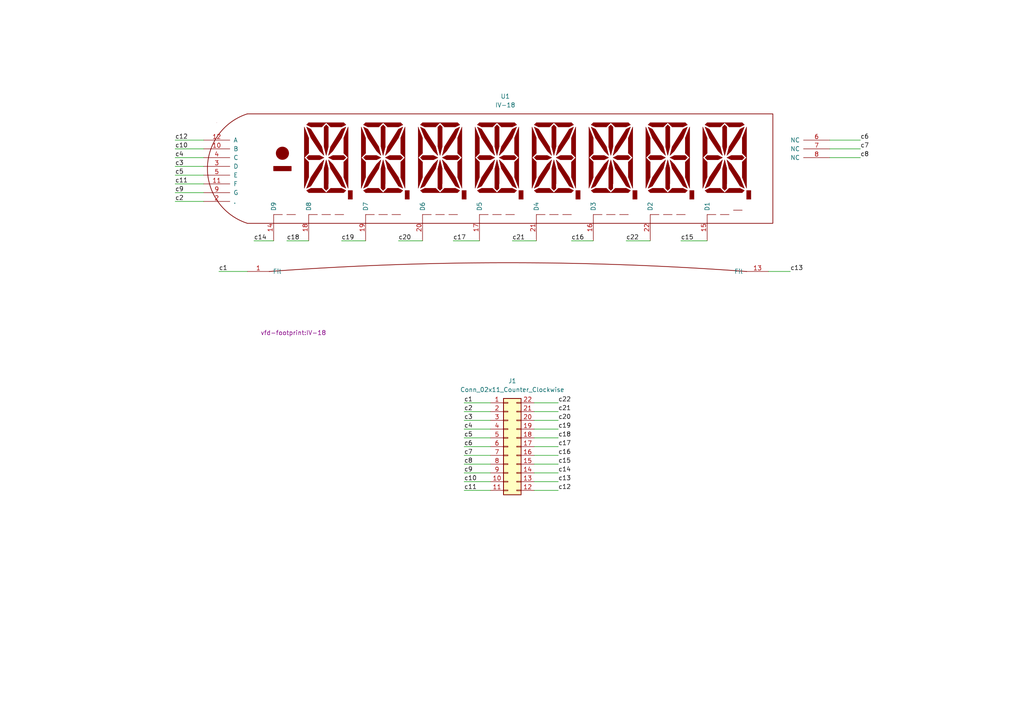
<source format=kicad_sch>
(kicad_sch (version 20230121) (generator eeschema)
  (paper "A4")
  (lib_symbols
    (symbol "Connector_Generic:Conn_02x11_Counter_Clockwise" (pin_names (offset 1.016) hide)
      (property "Reference" "J" (at 1.27 15.24 0))
      (property "Value" "Conn_02x11_Counter_Clockwise" (at 1.27 -15.24 0))
      (symbol "Conn_02x11_Counter_Clockwise_1_1"
        (rectangle (start -1.27 -12.573) (end 0 -12.827) (stroke (width 0.1524)))
        (rectangle (start -1.27 -10.033) (end 0 -10.287) (stroke (width 0.1524)))
        (rectangle (start -1.27 -7.493) (end 0 -7.747) (stroke (width 0.1524)))
        (rectangle (start -1.27 -4.953) (end 0 -5.207) (stroke (width 0.1524)))
        (rectangle (start -1.27 -2.413) (end 0 -2.667) (stroke (width 0.1524)))
        (rectangle (start -1.27 0.127) (end 0 -0.127) (stroke (width 0.1524)))
        (rectangle (start -1.27 2.667) (end 0 2.413) (stroke (width 0.1524)))
        (rectangle (start -1.27 5.207) (end 0 4.953) (stroke (width 0.1524)))
        (rectangle (start -1.27 7.747) (end 0 7.493) (stroke (width 0.1524)))
        (rectangle (start -1.27 10.287) (end 0 10.033) (stroke (width 0.1524)))
        (rectangle (start -1.27 12.827) (end 0 12.573) (stroke (width 0.1524)))
        (rectangle (start -1.27 13.97) (end 3.81 -13.97) (stroke (width 0.254)) (fill (type background)))
        (rectangle (start 3.81 -12.573) (end 2.54 -12.827) (stroke (width 0.1524)))
        (rectangle (start 3.81 -10.033) (end 2.54 -10.287) (stroke (width 0.1524)))
        (rectangle (start 3.81 -7.493) (end 2.54 -7.747) (stroke (width 0.1524)))
        (rectangle (start 3.81 -4.953) (end 2.54 -5.207) (stroke (width 0.1524)))
        (rectangle (start 3.81 -2.413) (end 2.54 -2.667) (stroke (width 0.1524)))
        (rectangle (start 3.81 0.127) (end 2.54 -0.127) (stroke (width 0.1524)))
        (rectangle (start 3.81 2.667) (end 2.54 2.413) (stroke (width 0.1524)))
        (rectangle (start 3.81 5.207) (end 2.54 4.953) (stroke (width 0.1524)))
        (rectangle (start 3.81 7.747) (end 2.54 7.493) (stroke (width 0.1524)))
        (rectangle (start 3.81 10.287) (end 2.54 10.033) (stroke (width 0.1524)))
        (rectangle (start 3.81 12.827) (end 2.54 12.573) (stroke (width 0.1524)))
        (pin passive line (at -5.08 12.7 0) (length 3.81) (name "Pin_1") (number "1"))
        (pin passive line (at -5.08 -10.16 0) (length 3.81) (name "Pin_10") (number "10"))
        (pin passive line (at -5.08 -12.7 0) (length 3.81) (name "Pin_11") (number "11"))
        (pin passive line (at 7.62 -12.7 180) (length 3.81) (name "Pin_12") (number "12"))
        (pin passive line (at 7.62 -10.16 180) (length 3.81) (name "Pin_13") (number "13"))
        (pin passive line (at 7.62 -7.62 180) (length 3.81) (name "Pin_14") (number "14"))
        (pin passive line (at 7.62 -5.08 180) (length 3.81) (name "Pin_15") (number "15"))
        (pin passive line (at 7.62 -2.54 180) (length 3.81) (name "Pin_16") (number "16"))
        (pin passive line (at 7.62 0 180) (length 3.81) (name "Pin_17") (number "17"))
        (pin passive line (at 7.62 2.54 180) (length 3.81) (name "Pin_18") (number "18"))
        (pin passive line (at 7.62 5.08 180) (length 3.81) (name "Pin_19") (number "19"))
        (pin passive line (at -5.08 10.16 0) (length 3.81) (name "Pin_2") (number "2"))
        (pin passive line (at 7.62 7.62 180) (length 3.81) (name "Pin_20") (number "20"))
        (pin passive line (at 7.62 10.16 180) (length 3.81) (name "Pin_21") (number "21"))
        (pin passive line (at 7.62 12.7 180) (length 3.81) (name "Pin_22") (number "22"))
        (pin passive line (at -5.08 7.62 0) (length 3.81) (name "Pin_3") (number "3"))
        (pin passive line (at -5.08 5.08 0) (length 3.81) (name "Pin_4") (number "4"))
        (pin passive line (at -5.08 2.54 0) (length 3.81) (name "Pin_5") (number "5"))
        (pin passive line (at -5.08 0 0) (length 3.81) (name "Pin_6") (number "6"))
        (pin passive line (at -5.08 -2.54 0) (length 3.81) (name "Pin_7") (number "7"))
        (pin passive line (at -5.08 -5.08 0) (length 3.81) (name "Pin_8") (number "8"))
        (pin passive line (at -5.08 -7.62 0) (length 3.81) (name "Pin_9") (number "9"))
      )
    )
    (symbol "vfd:IV-18" (pin_names (offset 1.016))
      (property "Reference" "U" (at 0 15.24 0))
      (property "Value" "IV-18" (at 153.67 -27.94 0))
      (symbol "IV-18_0_0"
        (rectangle (start -21.59 10.16) (end -21.59 10.16) (stroke (width 0.1016)))
        (polyline (pts (xy 7.62 -16.51) (xy 5.08 -16.51)))
        (polyline (pts (xy 8.89 -16.51) (xy 11.43 -16.51)))
        (polyline (pts (xy 12.7 -16.51) (xy 15.24 -16.51)))
      )
      (symbol "IV-18_0_1"
        (arc (start -12.7 12.7) (mid -24.288 -3.175) (end -12.7 -19.05) (stroke (width 0.2032)))
        (rectangle (start -5.08 -2.54) (end 0 -3.81) (stroke (width 0.2032)) (fill (type outline)))
        (circle (center -2.54 1.27) (radius 1.8034) (stroke (width 0.2032)) (fill (type outline)))
        (polyline (pts (xy -12.7 12.7) (xy 139.7 12.7) (xy 139.7 -19.05) (xy -12.7 -19.05)) (stroke (width 0.2032)))
        (polyline (pts (xy 3.81 -8.89) (xy 3.81 0) (xy 5.08 -1.27) (xy 5.08 -5.715) (xy 3.81 -8.89)) (stroke (width 0.1016)) (fill (type outline)))
        (polyline (pts (xy 3.81 8.89) (xy 3.81 0) (xy 5.08 1.27) (xy 5.08 5.715) (xy 3.81 8.89)) (stroke (width 0.1016)) (fill (type outline)))
        (polyline (pts (xy 16.51 -9.525) (xy 16.51 -12.065) (xy 17.78 -12.065) (xy 17.78 -9.525) (xy 16.51 -9.525)) (stroke (width 0.1016)) (fill (type outline)))
        (polyline (pts (xy 16.51 -8.89) (xy 16.51 0) (xy 15.24 -1.27) (xy 15.24 -5.715) (xy 16.51 -8.89)) (stroke (width 0.1016)) (fill (type outline)))
        (polyline (pts (xy 16.51 8.89) (xy 16.51 0) (xy 15.24 1.27) (xy 15.24 5.715) (xy 16.51 8.89)) (stroke (width 0.1016)) (fill (type outline)))
        (polyline (pts (xy 20.32 -8.89) (xy 20.32 0) (xy 21.59 -1.27) (xy 21.59 -5.715) (xy 20.32 -8.89)) (stroke (width 0.1016)) (fill (type outline)))
        (polyline (pts (xy 20.32 8.89) (xy 20.32 0) (xy 21.59 1.27) (xy 21.59 5.715) (xy 20.32 8.89)) (stroke (width 0.1016)) (fill (type outline)))
        (polyline (pts (xy 33.02 -9.525) (xy 33.02 -12.065) (xy 34.29 -12.065) (xy 34.29 -9.525) (xy 33.02 -9.525)) (stroke (width 0.1016)) (fill (type outline)))
        (polyline (pts (xy 33.02 -8.89) (xy 33.02 0) (xy 31.75 -1.27) (xy 31.75 -5.715) (xy 33.02 -8.89)) (stroke (width 0.1016)) (fill (type outline)))
        (polyline (pts (xy 33.02 8.89) (xy 33.02 0) (xy 31.75 1.27) (xy 31.75 5.715) (xy 33.02 8.89)) (stroke (width 0.1016)) (fill (type outline)))
        (polyline (pts (xy 4.445 -9.525) (xy 5.08 -10.16) (xy 10.16 -10.16) (xy 8.89 -8.89) (xy 5.715 -8.89) (xy 4.445 -9.525)) (stroke (width 0.1016)) (fill (type outline)))
        (polyline (pts (xy 4.445 9.525) (xy 5.08 10.16) (xy 10.16 10.16) (xy 8.89 8.89) (xy 5.715 8.89) (xy 4.445 9.525)) (stroke (width 0.1016)) (fill (type outline)))
        (polyline (pts (xy 15.875 -9.525) (xy 15.24 -10.16) (xy 10.16 -10.16) (xy 11.43 -8.89) (xy 14.605 -8.89) (xy 15.875 -9.525)) (stroke (width 0.1016)) (fill (type outline)))
        (polyline (pts (xy 15.875 9.525) (xy 15.24 10.16) (xy 10.16 10.16) (xy 11.43 8.89) (xy 14.605 8.89) (xy 15.875 9.525)) (stroke (width 0.1016)) (fill (type outline)))
        (polyline (pts (xy 20.955 -9.525) (xy 21.59 -10.16) (xy 26.67 -10.16) (xy 25.4 -8.89) (xy 22.225 -8.89) (xy 20.955 -9.525)) (stroke (width 0.1016)) (fill (type outline)))
        (polyline (pts (xy 20.955 9.525) (xy 21.59 10.16) (xy 26.67 10.16) (xy 25.4 8.89) (xy 22.225 8.89) (xy 20.955 9.525)) (stroke (width 0.1016)) (fill (type outline)))
        (polyline (pts (xy 32.385 -9.525) (xy 31.75 -10.16) (xy 26.67 -10.16) (xy 27.94 -8.89) (xy 31.115 -8.89) (xy 32.385 -9.525)) (stroke (width 0.1016)) (fill (type outline)))
        (polyline (pts (xy 32.385 9.525) (xy 31.75 10.16) (xy 26.67 10.16) (xy 27.94 8.89) (xy 31.115 8.89) (xy 32.385 9.525)) (stroke (width 0.1016)) (fill (type outline)))
        (polyline (pts (xy 5.08 0.635) (xy 4.445 0) (xy 5.08 -0.635) (xy 8.255 -0.635) (xy 9.525 0) (xy 8.255 0.635) (xy 5.08 0.635)) (stroke (width 0.1016)) (fill (type outline)))
        (polyline (pts (xy 5.715 -5.715) (xy 8.255 -1.905) (xy 9.525 -0.635) (xy 8.89 -3.175) (xy 5.715 -8.255) (xy 4.445 -8.89) (xy 5.715 -5.715)) (stroke (width 0.1016)) (fill (type outline)))
        (polyline (pts (xy 5.715 5.715) (xy 8.255 1.905) (xy 9.525 0.635) (xy 8.89 3.175) (xy 5.715 8.255) (xy 4.445 8.89) (xy 5.715 5.715)) (stroke (width 0.1016)) (fill (type outline)))
        (polyline (pts (xy 10.795 -7.62) (xy 10.795 -3.175) (xy 10.16 -0.635) (xy 9.525 -3.175) (xy 9.525 -8.89) (xy 10.16 -9.525) (xy 10.795 -8.89)) (stroke (width 0.1016)) (fill (type outline)))
        (polyline (pts (xy 10.795 3.175) (xy 10.795 8.89) (xy 10.16 9.525) (xy 9.525 8.89) (xy 9.525 3.175) (xy 10.16 0.635) (xy 10.795 3.175)) (stroke (width 0.1016)) (fill (type outline)))
        (polyline (pts (xy 12.065 0.635) (xy 10.795 0) (xy 12.065 -0.635) (xy 15.24 -0.635) (xy 15.875 0) (xy 15.24 0.635) (xy 12.065 0.635)) (stroke (width 0.1016)) (fill (type outline)))
        (polyline (pts (xy 14.605 -5.715) (xy 12.065 -1.905) (xy 10.795 -0.635) (xy 11.43 -3.175) (xy 14.605 -8.255) (xy 15.875 -8.89) (xy 14.605 -5.715)) (stroke (width 0.1016)) (fill (type outline)))
        (polyline (pts (xy 14.605 5.715) (xy 12.065 1.905) (xy 10.795 0.635) (xy 11.43 3.175) (xy 14.605 8.255) (xy 15.875 8.89) (xy 14.605 5.715)) (stroke (width 0.1016)) (fill (type outline)))
        (polyline (pts (xy 21.59 0.635) (xy 20.955 0) (xy 21.59 -0.635) (xy 24.765 -0.635) (xy 26.035 0) (xy 24.765 0.635) (xy 21.59 0.635)) (stroke (width 0.1016)) (fill (type outline)))
        (polyline (pts (xy 22.225 -5.715) (xy 24.765 -1.905) (xy 26.035 -0.635) (xy 25.4 -3.175) (xy 22.225 -8.255) (xy 20.955 -8.89) (xy 22.225 -5.715)) (stroke (width 0.1016)) (fill (type outline)))
        (polyline (pts (xy 22.225 5.715) (xy 24.765 1.905) (xy 26.035 0.635) (xy 25.4 3.175) (xy 22.225 8.255) (xy 20.955 8.89) (xy 22.225 5.715)) (stroke (width 0.1016)) (fill (type outline)))
        (polyline (pts (xy 27.305 -7.62) (xy 27.305 -3.175) (xy 26.67 -0.635) (xy 26.035 -3.175) (xy 26.035 -8.89) (xy 26.67 -9.525) (xy 27.305 -8.89)) (stroke (width 0.1016)) (fill (type outline)))
        (polyline (pts (xy 27.305 3.175) (xy 27.305 8.89) (xy 26.67 9.525) (xy 26.035 8.89) (xy 26.035 3.175) (xy 26.67 0.635) (xy 27.305 3.175)) (stroke (width 0.1016)) (fill (type outline)))
        (polyline (pts (xy 28.575 0.635) (xy 27.305 0) (xy 28.575 -0.635) (xy 31.75 -0.635) (xy 32.385 0) (xy 31.75 0.635) (xy 28.575 0.635)) (stroke (width 0.1016)) (fill (type outline)))
        (polyline (pts (xy 31.115 -5.715) (xy 28.575 -1.905) (xy 27.305 -0.635) (xy 27.94 -3.175) (xy 31.115 -8.255) (xy 32.385 -8.89) (xy 31.115 -5.715)) (stroke (width 0.1016)) (fill (type outline)))
        (polyline (pts (xy 31.115 5.715) (xy 28.575 1.905) (xy 27.305 0.635) (xy 27.94 3.175) (xy 31.115 8.255) (xy 32.385 8.89) (xy 31.115 5.715)) (stroke (width 0.1016)) (fill (type outline)))
        (arc (start 132.08 -33.02) (mid 62.865 -30.4798) (end -6.35 -33.02) (stroke (width 0.2032)))
      )
      (symbol "IV-18_1_0"
        (polyline (pts (xy -5.08 -16.51) (xy -2.54 -16.51)))
        (polyline (pts (xy -1.27 -16.51) (xy 1.27 -16.51)))
        (polyline (pts (xy 24.13 -16.51) (xy 21.59 -16.51)))
        (polyline (pts (xy 25.4 -16.51) (xy 27.94 -16.51)))
        (polyline (pts (xy 29.21 -16.51) (xy 31.75 -16.51)))
        (polyline (pts (xy 40.64 -16.51) (xy 38.1 -16.51)))
        (polyline (pts (xy 41.91 -16.51) (xy 44.45 -16.51)))
        (polyline (pts (xy 45.72 -16.51) (xy 48.26 -16.51)))
        (polyline (pts (xy 57.15 -16.51) (xy 54.61 -16.51)))
        (polyline (pts (xy 58.42 -16.51) (xy 60.96 -16.51)))
        (polyline (pts (xy 62.23 -16.51) (xy 64.77 -16.51)))
        (polyline (pts (xy 73.66 -16.51) (xy 71.12 -16.51)))
        (polyline (pts (xy 74.93 -16.51) (xy 77.47 -16.51)))
        (polyline (pts (xy 78.74 -16.51) (xy 81.28 -16.51)))
        (polyline (pts (xy 90.17 -16.51) (xy 87.63 -16.51)))
        (polyline (pts (xy 91.44 -16.51) (xy 93.98 -16.51)))
        (polyline (pts (xy 95.25 -16.51) (xy 97.79 -16.51)))
        (polyline (pts (xy 106.68 -16.51) (xy 104.14 -16.51)))
        (polyline (pts (xy 107.95 -16.51) (xy 110.49 -16.51)))
        (polyline (pts (xy 111.76 -16.51) (xy 114.3 -16.51)))
        (polyline (pts (xy 123.19 -16.51) (xy 120.65 -16.51)))
        (polyline (pts (xy 124.46 -16.51) (xy 127 -16.51)))
        (polyline (pts (xy 128.27 -15.24) (xy 130.81 -15.24)))
      )
      (symbol "IV-18_1_1"
        (polyline (pts (xy 36.83 -8.89) (xy 36.83 0) (xy 38.1 -1.27) (xy 38.1 -5.715) (xy 36.83 -8.89)) (stroke (width 0.1016)) (fill (type outline)))
        (polyline (pts (xy 36.83 8.89) (xy 36.83 0) (xy 38.1 1.27) (xy 38.1 5.715) (xy 36.83 8.89)) (stroke (width 0.1016)) (fill (type outline)))
        (polyline (pts (xy 49.53 -9.525) (xy 49.53 -12.065) (xy 50.8 -12.065) (xy 50.8 -9.525) (xy 49.53 -9.525)) (stroke (width 0.1016)) (fill (type outline)))
        (polyline (pts (xy 49.53 -8.89) (xy 49.53 0) (xy 48.26 -1.27) (xy 48.26 -5.715) (xy 49.53 -8.89)) (stroke (width 0.1016)) (fill (type outline)))
        (polyline (pts (xy 49.53 8.89) (xy 49.53 0) (xy 48.26 1.27) (xy 48.26 5.715) (xy 49.53 8.89)) (stroke (width 0.1016)) (fill (type outline)))
        (polyline (pts (xy 53.34 -8.89) (xy 53.34 0) (xy 54.61 -1.27) (xy 54.61 -5.715) (xy 53.34 -8.89)) (stroke (width 0.1016)) (fill (type outline)))
        (polyline (pts (xy 53.34 8.89) (xy 53.34 0) (xy 54.61 1.27) (xy 54.61 5.715) (xy 53.34 8.89)) (stroke (width 0.1016)) (fill (type outline)))
        (polyline (pts (xy 66.04 -9.525) (xy 66.04 -12.065) (xy 67.31 -12.065) (xy 67.31 -9.525) (xy 66.04 -9.525)) (stroke (width 0.1016)) (fill (type outline)))
        (polyline (pts (xy 66.04 -8.89) (xy 66.04 0) (xy 64.77 -1.27) (xy 64.77 -5.715) (xy 66.04 -8.89)) (stroke (width 0.1016)) (fill (type outline)))
        (polyline (pts (xy 66.04 8.89) (xy 66.04 0) (xy 64.77 1.27) (xy 64.77 5.715) (xy 66.04 8.89)) (stroke (width 0.1016)) (fill (type outline)))
        (polyline (pts (xy 69.85 -8.89) (xy 69.85 0) (xy 71.12 -1.27) (xy 71.12 -5.715) (xy 69.85 -8.89)) (stroke (width 0.1016)) (fill (type outline)))
        (polyline (pts (xy 69.85 8.89) (xy 69.85 0) (xy 71.12 1.27) (xy 71.12 5.715) (xy 69.85 8.89)) (stroke (width 0.1016)) (fill (type outline)))
        (polyline (pts (xy 82.55 -9.525) (xy 82.55 -12.065) (xy 83.82 -12.065) (xy 83.82 -9.525) (xy 82.55 -9.525)) (stroke (width 0.1016)) (fill (type outline)))
        (polyline (pts (xy 82.55 -8.89) (xy 82.55 0) (xy 81.28 -1.27) (xy 81.28 -5.715) (xy 82.55 -8.89)) (stroke (width 0.1016)) (fill (type outline)))
        (polyline (pts (xy 82.55 8.89) (xy 82.55 0) (xy 81.28 1.27) (xy 81.28 5.715) (xy 82.55 8.89)) (stroke (width 0.1016)) (fill (type outline)))
        (polyline (pts (xy 86.36 -8.89) (xy 86.36 0) (xy 87.63 -1.27) (xy 87.63 -5.715) (xy 86.36 -8.89)) (stroke (width 0.1016)) (fill (type outline)))
        (polyline (pts (xy 86.36 8.89) (xy 86.36 0) (xy 87.63 1.27) (xy 87.63 5.715) (xy 86.36 8.89)) (stroke (width 0.1016)) (fill (type outline)))
        (polyline (pts (xy 99.06 -9.525) (xy 99.06 -12.065) (xy 100.33 -12.065) (xy 100.33 -9.525) (xy 99.06 -9.525)) (stroke (width 0.1016)) (fill (type outline)))
        (polyline (pts (xy 99.06 -8.89) (xy 99.06 0) (xy 97.79 -1.27) (xy 97.79 -5.715) (xy 99.06 -8.89)) (stroke (width 0.1016)) (fill (type outline)))
        (polyline (pts (xy 99.06 8.89) (xy 99.06 0) (xy 97.79 1.27) (xy 97.79 5.715) (xy 99.06 8.89)) (stroke (width 0.1016)) (fill (type outline)))
        (polyline (pts (xy 102.87 -8.89) (xy 102.87 0) (xy 104.14 -1.27) (xy 104.14 -5.715) (xy 102.87 -8.89)) (stroke (width 0.1016)) (fill (type outline)))
        (polyline (pts (xy 102.87 8.89) (xy 102.87 0) (xy 104.14 1.27) (xy 104.14 5.715) (xy 102.87 8.89)) (stroke (width 0.1016)) (fill (type outline)))
        (polyline (pts (xy 115.57 -9.525) (xy 115.57 -12.065) (xy 116.84 -12.065) (xy 116.84 -9.525) (xy 115.57 -9.525)) (stroke (width 0.1016)) (fill (type outline)))
        (polyline (pts (xy 115.57 -8.89) (xy 115.57 0) (xy 114.3 -1.27) (xy 114.3 -5.715) (xy 115.57 -8.89)) (stroke (width 0.1016)) (fill (type outline)))
        (polyline (pts (xy 115.57 8.89) (xy 115.57 0) (xy 114.3 1.27) (xy 114.3 5.715) (xy 115.57 8.89)) (stroke (width 0.1016)) (fill (type outline)))
        (polyline (pts (xy 119.38 -8.89) (xy 119.38 0) (xy 120.65 -1.27) (xy 120.65 -5.715) (xy 119.38 -8.89)) (stroke (width 0.1016)) (fill (type outline)))
        (polyline (pts (xy 119.38 8.89) (xy 119.38 0) (xy 120.65 1.27) (xy 120.65 5.715) (xy 119.38 8.89)) (stroke (width 0.1016)) (fill (type outline)))
        (polyline (pts (xy 132.08 -9.525) (xy 132.08 -12.065) (xy 133.35 -12.065) (xy 133.35 -9.525) (xy 132.08 -9.525)) (stroke (width 0.1016)) (fill (type outline)))
        (polyline (pts (xy 132.08 -8.89) (xy 132.08 0) (xy 130.81 -1.27) (xy 130.81 -5.715) (xy 132.08 -8.89)) (stroke (width 0.1016)) (fill (type outline)))
        (polyline (pts (xy 132.08 8.89) (xy 132.08 0) (xy 130.81 1.27) (xy 130.81 5.715) (xy 132.08 8.89)) (stroke (width 0.1016)) (fill (type outline)))
        (polyline (pts (xy 37.465 -9.525) (xy 38.1 -10.16) (xy 43.18 -10.16) (xy 41.91 -8.89) (xy 38.735 -8.89) (xy 37.465 -9.525)) (stroke (width 0.1016)) (fill (type outline)))
        (polyline (pts (xy 37.465 9.525) (xy 38.1 10.16) (xy 43.18 10.16) (xy 41.91 8.89) (xy 38.735 8.89) (xy 37.465 9.525)) (stroke (width 0.1016)) (fill (type outline)))
        (polyline (pts (xy 48.895 -9.525) (xy 48.26 -10.16) (xy 43.18 -10.16) (xy 44.45 -8.89) (xy 47.625 -8.89) (xy 48.895 -9.525)) (stroke (width 0.1016)) (fill (type outline)))
        (polyline (pts (xy 48.895 9.525) (xy 48.26 10.16) (xy 43.18 10.16) (xy 44.45 8.89) (xy 47.625 8.89) (xy 48.895 9.525)) (stroke (width 0.1016)) (fill (type outline)))
        (polyline (pts (xy 53.975 -9.525) (xy 54.61 -10.16) (xy 59.69 -10.16) (xy 58.42 -8.89) (xy 55.245 -8.89) (xy 53.975 -9.525)) (stroke (width 0.1016)) (fill (type outline)))
        (polyline (pts (xy 53.975 9.525) (xy 54.61 10.16) (xy 59.69 10.16) (xy 58.42 8.89) (xy 55.245 8.89) (xy 53.975 9.525)) (stroke (width 0.1016)) (fill (type outline)))
        (polyline (pts (xy 65.405 -9.525) (xy 64.77 -10.16) (xy 59.69 -10.16) (xy 60.96 -8.89) (xy 64.135 -8.89) (xy 65.405 -9.525)) (stroke (width 0.1016)) (fill (type outline)))
        (polyline (pts (xy 65.405 9.525) (xy 64.77 10.16) (xy 59.69 10.16) (xy 60.96 8.89) (xy 64.135 8.89) (xy 65.405 9.525)) (stroke (width 0.1016)) (fill (type outline)))
        (polyline (pts (xy 70.485 -9.525) (xy 71.12 -10.16) (xy 76.2 -10.16) (xy 74.93 -8.89) (xy 71.755 -8.89) (xy 70.485 -9.525)) (stroke (width 0.1016)) (fill (type outline)))
        (polyline (pts (xy 70.485 9.525) (xy 71.12 10.16) (xy 76.2 10.16) (xy 74.93 8.89) (xy 71.755 8.89) (xy 70.485 9.525)) (stroke (width 0.1016)) (fill (type outline)))
        (polyline (pts (xy 81.915 -9.525) (xy 81.28 -10.16) (xy 76.2 -10.16) (xy 77.47 -8.89) (xy 80.645 -8.89) (xy 81.915 -9.525)) (stroke (width 0.1016)) (fill (type outline)))
        (polyline (pts (xy 81.915 9.525) (xy 81.28 10.16) (xy 76.2 10.16) (xy 77.47 8.89) (xy 80.645 8.89) (xy 81.915 9.525)) (stroke (width 0.1016)) (fill (type outline)))
        (polyline (pts (xy 86.995 -9.525) (xy 87.63 -10.16) (xy 92.71 -10.16) (xy 91.44 -8.89) (xy 88.265 -8.89) (xy 86.995 -9.525)) (stroke (width 0.1016)) (fill (type outline)))
        (polyline (pts (xy 86.995 9.525) (xy 87.63 10.16) (xy 92.71 10.16) (xy 91.44 8.89) (xy 88.265 8.89) (xy 86.995 9.525)) (stroke (width 0.1016)) (fill (type outline)))
        (polyline (pts (xy 98.425 -9.525) (xy 97.79 -10.16) (xy 92.71 -10.16) (xy 93.98 -8.89) (xy 97.155 -8.89) (xy 98.425 -9.525)) (stroke (width 0.1016)) (fill (type outline)))
        (polyline (pts (xy 98.425 9.525) (xy 97.79 10.16) (xy 92.71 10.16) (xy 93.98 8.89) (xy 97.155 8.89) (xy 98.425 9.525)) (stroke (width 0.1016)) (fill (type outline)))
        (polyline (pts (xy 103.505 -9.525) (xy 104.14 -10.16) (xy 109.22 -10.16) (xy 107.95 -8.89) (xy 104.775 -8.89) (xy 103.505 -9.525)) (stroke (width 0.1016)) (fill (type outline)))
        (polyline (pts (xy 103.505 9.525) (xy 104.14 10.16) (xy 109.22 10.16) (xy 107.95 8.89) (xy 104.775 8.89) (xy 103.505 9.525)) (stroke (width 0.1016)) (fill (type outline)))
        (polyline (pts (xy 114.935 -9.525) (xy 114.3 -10.16) (xy 109.22 -10.16) (xy 110.49 -8.89) (xy 113.665 -8.89) (xy 114.935 -9.525)) (stroke (width 0.1016)) (fill (type outline)))
        (polyline (pts (xy 114.935 9.525) (xy 114.3 10.16) (xy 109.22 10.16) (xy 110.49 8.89) (xy 113.665 8.89) (xy 114.935 9.525)) (stroke (width 0.1016)) (fill (type outline)))
        (polyline (pts (xy 120.015 -9.525) (xy 120.65 -10.16) (xy 125.73 -10.16) (xy 124.46 -8.89) (xy 121.285 -8.89) (xy 120.015 -9.525)) (stroke (width 0.1016)) (fill (type outline)))
        (polyline (pts (xy 120.015 9.525) (xy 120.65 10.16) (xy 125.73 10.16) (xy 124.46 8.89) (xy 121.285 8.89) (xy 120.015 9.525)) (stroke (width 0.1016)) (fill (type outline)))
        (polyline (pts (xy 131.445 -9.525) (xy 130.81 -10.16) (xy 125.73 -10.16) (xy 127 -8.89) (xy 130.175 -8.89) (xy 131.445 -9.525)) (stroke (width 0.1016)) (fill (type outline)))
        (polyline (pts (xy 131.445 9.525) (xy 130.81 10.16) (xy 125.73 10.16) (xy 127 8.89) (xy 130.175 8.89) (xy 131.445 9.525)) (stroke (width 0.1016)) (fill (type outline)))
        (polyline (pts (xy 38.1 0.635) (xy 37.465 0) (xy 38.1 -0.635) (xy 41.275 -0.635) (xy 42.545 0) (xy 41.275 0.635) (xy 38.1 0.635)) (stroke (width 0.1016)) (fill (type outline)))
        (polyline (pts (xy 38.735 -5.715) (xy 41.275 -1.905) (xy 42.545 -0.635) (xy 41.91 -3.175) (xy 38.735 -8.255) (xy 37.465 -8.89) (xy 38.735 -5.715)) (stroke (width 0.1016)) (fill (type outline)))
        (polyline (pts (xy 38.735 5.715) (xy 41.275 1.905) (xy 42.545 0.635) (xy 41.91 3.175) (xy 38.735 8.255) (xy 37.465 8.89) (xy 38.735 5.715)) (stroke (width 0.1016)) (fill (type outline)))
        (polyline (pts (xy 43.815 -7.62) (xy 43.815 -3.175) (xy 43.18 -0.635) (xy 42.545 -3.175) (xy 42.545 -8.89) (xy 43.18 -9.525) (xy 43.815 -8.89)) (stroke (width 0.1016)) (fill (type outline)))
        (polyline (pts (xy 43.815 3.175) (xy 43.815 8.89) (xy 43.18 9.525) (xy 42.545 8.89) (xy 42.545 3.175) (xy 43.18 0.635) (xy 43.815 3.175)) (stroke (width 0.1016)) (fill (type outline)))
        (polyline (pts (xy 45.085 0.635) (xy 43.815 0) (xy 45.085 -0.635) (xy 48.26 -0.635) (xy 48.895 0) (xy 48.26 0.635) (xy 45.085 0.635)) (stroke (width 0.1016)) (fill (type outline)))
        (polyline (pts (xy 47.625 -5.715) (xy 45.085 -1.905) (xy 43.815 -0.635) (xy 44.45 -3.175) (xy 47.625 -8.255) (xy 48.895 -8.89) (xy 47.625 -5.715)) (stroke (width 0.1016)) (fill (type outline)))
        (polyline (pts (xy 47.625 5.715) (xy 45.085 1.905) (xy 43.815 0.635) (xy 44.45 3.175) (xy 47.625 8.255) (xy 48.895 8.89) (xy 47.625 5.715)) (stroke (width 0.1016)) (fill (type outline)))
        (polyline (pts (xy 54.61 0.635) (xy 53.975 0) (xy 54.61 -0.635) (xy 57.785 -0.635) (xy 59.055 0) (xy 57.785 0.635) (xy 54.61 0.635)) (stroke (width 0.1016)) (fill (type outline)))
        (polyline (pts (xy 55.245 -5.715) (xy 57.785 -1.905) (xy 59.055 -0.635) (xy 58.42 -3.175) (xy 55.245 -8.255) (xy 53.975 -8.89) (xy 55.245 -5.715)) (stroke (width 0.1016)) (fill (type outline)))
        (polyline (pts (xy 55.245 5.715) (xy 57.785 1.905) (xy 59.055 0.635) (xy 58.42 3.175) (xy 55.245 8.255) (xy 53.975 8.89) (xy 55.245 5.715)) (stroke (width 0.1016)) (fill (type outline)))
        (polyline (pts (xy 60.325 -7.62) (xy 60.325 -3.175) (xy 59.69 -0.635) (xy 59.055 -3.175) (xy 59.055 -8.89) (xy 59.69 -9.525) (xy 60.325 -8.89)) (stroke (width 0.1016)) (fill (type outline)))
        (polyline (pts (xy 60.325 3.175) (xy 60.325 8.89) (xy 59.69 9.525) (xy 59.055 8.89) (xy 59.055 3.175) (xy 59.69 0.635) (xy 60.325 3.175)) (stroke (width 0.1016)) (fill (type outline)))
        (polyline (pts (xy 61.595 0.635) (xy 60.325 0) (xy 61.595 -0.635) (xy 64.77 -0.635) (xy 65.405 0) (xy 64.77 0.635) (xy 61.595 0.635)) (stroke (width 0.1016)) (fill (type outline)))
        (polyline (pts (xy 64.135 -5.715) (xy 61.595 -1.905) (xy 60.325 -0.635) (xy 60.96 -3.175) (xy 64.135 -8.255) (xy 65.405 -8.89) (xy 64.135 -5.715)) (stroke (width 0.1016)) (fill (type outline)))
        (polyline (pts (xy 64.135 5.715) (xy 61.595 1.905) (xy 60.325 0.635) (xy 60.96 3.175) (xy 64.135 8.255) (xy 65.405 8.89) (xy 64.135 5.715)) (stroke (width 0.1016)) (fill (type outline)))
        (polyline (pts (xy 71.12 0.635) (xy 70.485 0) (xy 71.12 -0.635) (xy 74.295 -0.635) (xy 75.565 0) (xy 74.295 0.635) (xy 71.12 0.635)) (stroke (width 0.1016)) (fill (type outline)))
        (polyline (pts (xy 71.755 -5.715) (xy 74.295 -1.905) (xy 75.565 -0.635) (xy 74.93 -3.175) (xy 71.755 -8.255) (xy 70.485 -8.89) (xy 71.755 -5.715)) (stroke (width 0.1016)) (fill (type outline)))
        (polyline (pts (xy 71.755 5.715) (xy 74.295 1.905) (xy 75.565 0.635) (xy 74.93 3.175) (xy 71.755 8.255) (xy 70.485 8.89) (xy 71.755 5.715)) (stroke (width 0.1016)) (fill (type outline)))
        (polyline (pts (xy 76.835 -7.62) (xy 76.835 -3.175) (xy 76.2 -0.635) (xy 75.565 -3.175) (xy 75.565 -8.89) (xy 76.2 -9.525) (xy 76.835 -8.89)) (stroke (width 0.1016)) (fill (type outline)))
        (polyline (pts (xy 76.835 3.175) (xy 76.835 8.89) (xy 76.2 9.525) (xy 75.565 8.89) (xy 75.565 3.175) (xy 76.2 0.635) (xy 76.835 3.175)) (stroke (width 0.1016)) (fill (type outline)))
        (polyline (pts (xy 78.105 0.635) (xy 76.835 0) (xy 78.105 -0.635) (xy 81.28 -0.635) (xy 81.915 0) (xy 81.28 0.635) (xy 78.105 0.635)) (stroke (width 0.1016)) (fill (type outline)))
        (polyline (pts (xy 80.645 -5.715) (xy 78.105 -1.905) (xy 76.835 -0.635) (xy 77.47 -3.175) (xy 80.645 -8.255) (xy 81.915 -8.89) (xy 80.645 -5.715)) (stroke (width 0.1016)) (fill (type outline)))
        (polyline (pts (xy 80.645 5.715) (xy 78.105 1.905) (xy 76.835 0.635) (xy 77.47 3.175) (xy 80.645 8.255) (xy 81.915 8.89) (xy 80.645 5.715)) (stroke (width 0.1016)) (fill (type outline)))
        (polyline (pts (xy 87.63 0.635) (xy 86.995 0) (xy 87.63 -0.635) (xy 90.805 -0.635) (xy 92.075 0) (xy 90.805 0.635) (xy 87.63 0.635)) (stroke (width 0.1016)) (fill (type outline)))
        (polyline (pts (xy 88.265 -5.715) (xy 90.805 -1.905) (xy 92.075 -0.635) (xy 91.44 -3.175) (xy 88.265 -8.255) (xy 86.995 -8.89) (xy 88.265 -5.715)) (stroke (width 0.1016)) (fill (type outline)))
        (polyline (pts (xy 88.265 5.715) (xy 90.805 1.905) (xy 92.075 0.635) (xy 91.44 3.175) (xy 88.265 8.255) (xy 86.995 8.89) (xy 88.265 5.715)) (stroke (width 0.1016)) (fill (type outline)))
        (polyline (pts (xy 93.345 -7.62) (xy 93.345 -3.175) (xy 92.71 -0.635) (xy 92.075 -3.175) (xy 92.075 -8.89) (xy 92.71 -9.525) (xy 93.345 -8.89)) (stroke (width 0.1016)) (fill (type outline)))
        (polyline (pts (xy 93.345 3.175) (xy 93.345 8.89) (xy 92.71 9.525) (xy 92.075 8.89) (xy 92.075 3.175) (xy 92.71 0.635) (xy 93.345 3.175)) (stroke (width 0.1016)) (fill (type outline)))
        (polyline (pts (xy 94.615 0.635) (xy 93.345 0) (xy 94.615 -0.635) (xy 97.79 -0.635) (xy 98.425 0) (xy 97.79 0.635) (xy 94.615 0.635)) (stroke (width 0.1016)) (fill (type outline)))
        (polyline (pts (xy 97.155 -5.715) (xy 94.615 -1.905) (xy 93.345 -0.635) (xy 93.98 -3.175) (xy 97.155 -8.255) (xy 98.425 -8.89) (xy 97.155 -5.715)) (stroke (width 0.1016)) (fill (type outline)))
        (polyline (pts (xy 97.155 5.715) (xy 94.615 1.905) (xy 93.345 0.635) (xy 93.98 3.175) (xy 97.155 8.255) (xy 98.425 8.89) (xy 97.155 5.715)) (stroke (width 0.1016)) (fill (type outline)))
        (polyline (pts (xy 104.14 0.635) (xy 103.505 0) (xy 104.14 -0.635) (xy 107.315 -0.635) (xy 108.585 0) (xy 107.315 0.635) (xy 104.14 0.635)) (stroke (width 0.1016)) (fill (type outline)))
        (polyline (pts (xy 104.775 -5.715) (xy 107.315 -1.905) (xy 108.585 -0.635) (xy 107.95 -3.175) (xy 104.775 -8.255) (xy 103.505 -8.89) (xy 104.775 -5.715)) (stroke (width 0.1016)) (fill (type outline)))
        (polyline (pts (xy 104.775 5.715) (xy 107.315 1.905) (xy 108.585 0.635) (xy 107.95 3.175) (xy 104.775 8.255) (xy 103.505 8.89) (xy 104.775 5.715)) (stroke (width 0.1016)) (fill (type outline)))
        (polyline (pts (xy 109.855 -7.62) (xy 109.855 -3.175) (xy 109.22 -0.635) (xy 108.585 -3.175) (xy 108.585 -8.89) (xy 109.22 -9.525) (xy 109.855 -8.89)) (stroke (width 0.1016)) (fill (type outline)))
        (polyline (pts (xy 109.855 3.175) (xy 109.855 8.89) (xy 109.22 9.525) (xy 108.585 8.89) (xy 108.585 3.175) (xy 109.22 0.635) (xy 109.855 3.175)) (stroke (width 0.1016)) (fill (type outline)))
        (polyline (pts (xy 111.125 0.635) (xy 109.855 0) (xy 111.125 -0.635) (xy 114.3 -0.635) (xy 114.935 0) (xy 114.3 0.635) (xy 111.125 0.635)) (stroke (width 0.1016)) (fill (type outline)))
        (polyline (pts (xy 113.665 -5.715) (xy 111.125 -1.905) (xy 109.855 -0.635) (xy 110.49 -3.175) (xy 113.665 -8.255) (xy 114.935 -8.89) (xy 113.665 -5.715)) (stroke (width 0.1016)) (fill (type outline)))
        (polyline (pts (xy 113.665 5.715) (xy 111.125 1.905) (xy 109.855 0.635) (xy 110.49 3.175) (xy 113.665 8.255) (xy 114.935 8.89) (xy 113.665 5.715)) (stroke (width 0.1016)) (fill (type outline)))
        (polyline (pts (xy 120.65 0.635) (xy 120.015 0) (xy 120.65 -0.635) (xy 123.825 -0.635) (xy 125.095 0) (xy 123.825 0.635) (xy 120.65 0.635)) (stroke (width 0.1016)) (fill (type outline)))
        (polyline (pts (xy 121.285 -5.715) (xy 123.825 -1.905) (xy 125.095 -0.635) (xy 124.46 -3.175) (xy 121.285 -8.255) (xy 120.015 -8.89) (xy 121.285 -5.715)) (stroke (width 0.1016)) (fill (type outline)))
        (polyline (pts (xy 121.285 5.715) (xy 123.825 1.905) (xy 125.095 0.635) (xy 124.46 3.175) (xy 121.285 8.255) (xy 120.015 8.89) (xy 121.285 5.715)) (stroke (width 0.1016)) (fill (type outline)))
        (polyline (pts (xy 126.365 -7.62) (xy 126.365 -3.175) (xy 125.73 -0.635) (xy 125.095 -3.175) (xy 125.095 -8.89) (xy 125.73 -9.525) (xy 126.365 -8.89)) (stroke (width 0.1016)) (fill (type outline)))
        (polyline (pts (xy 126.365 3.175) (xy 126.365 8.89) (xy 125.73 9.525) (xy 125.095 8.89) (xy 125.095 3.175) (xy 125.73 0.635) (xy 126.365 3.175)) (stroke (width 0.1016)) (fill (type outline)))
        (polyline (pts (xy 127.635 0.635) (xy 126.365 0) (xy 127.635 -0.635) (xy 130.81 -0.635) (xy 131.445 0) (xy 130.81 0.635) (xy 127.635 0.635)) (stroke (width 0.1016)) (fill (type outline)))
        (polyline (pts (xy 130.175 -5.715) (xy 127.635 -1.905) (xy 126.365 -0.635) (xy 127 -3.175) (xy 130.175 -8.255) (xy 131.445 -8.89) (xy 130.175 -5.715)) (stroke (width 0.1016)) (fill (type outline)))
        (polyline (pts (xy 130.175 5.715) (xy 127.635 1.905) (xy 126.365 0.635) (xy 127 3.175) (xy 130.175 8.255) (xy 131.445 8.89) (xy 130.175 5.715)) (stroke (width 0.1016)) (fill (type outline)))
        (pin passive line (at -12.7 -33.02 0) (length 6.35) (name "Fil") (number "1"))
        (pin passive line (at -25.4 2.54 0) (length 7.62) (name "B") (number "10"))
        (pin passive line (at -25.4 -7.62 0) (length 7.62) (name "F") (number "11"))
        (pin passive line (at -25.4 5.08 0) (length 7.62) (name "A") (number "12"))
        (pin passive line (at 138.43 -33.02 180) (length 6.35) (name "Fil") (number "13"))
        (pin passive line (at -5.08 -24.13 90) (length 7.62) (name "D9") (number "14"))
        (pin passive line (at 120.65 -24.13 90) (length 7.62) (name "D1") (number "15"))
        (pin passive line (at 87.63 -24.13 90) (length 7.62) (name "D3") (number "16"))
        (pin passive line (at 54.61 -24.13 90) (length 7.62) (name "D5") (number "17"))
        (pin passive line (at 5.08 -24.13 90) (length 7.62) (name "D8") (number "18"))
        (pin passive line (at 21.59 -24.13 90) (length 7.62) (name "D7") (number "19"))
        (pin passive line (at -25.4 -12.7 0) (length 7.62) (name ".") (number "2"))
        (pin passive line (at 38.1 -24.13 90) (length 7.62) (name "D6") (number "20"))
        (pin passive line (at 71.12 -24.13 90) (length 7.62) (name "D4") (number "21"))
        (pin passive line (at 104.14 -24.13 90) (length 7.62) (name "D2") (number "22"))
        (pin passive line (at -25.4 -2.54 0) (length 7.62) (name "D") (number "3"))
        (pin passive line (at -25.4 0 0) (length 7.62) (name "C") (number "4"))
        (pin passive line (at -25.4 -5.08 0) (length 7.62) (name "E") (number "5"))
        (pin passive line (at 156.21 5.08 180) (length 7.62) (name "NC") (number "6"))
        (pin passive line (at 156.21 2.54 180) (length 7.62) (name "NC") (number "7"))
        (pin passive line (at 156.21 0 180) (length 7.62) (name "NC") (number "8"))
        (pin passive line (at -25.4 -10.16 0) (length 7.62) (name "G") (number "9"))
      )
    )
  )
  (wire (pts (xy 134.62 134.62) (xy 142.24 134.62)))
  (wire (pts (xy 134.62 121.92) (xy 142.24 121.92)))
  (wire (pts (xy 181.61 69.85) (xy 188.595 69.85)))
  (wire (pts (xy 50.8 50.8) (xy 59.055 50.8)))
  (wire (pts (xy 134.62 129.54) (xy 142.24 129.54)))
  (wire (pts (xy 50.8 48.26) (xy 59.055 48.26)))
  (wire (pts (xy 115.57 69.85) (xy 122.555 69.85)))
  (wire (pts (xy 222.885 78.74) (xy 229.235 78.74)))
  (wire (pts (xy 240.665 43.18) (xy 249.555 43.18)))
  (wire (pts (xy 154.94 132.08) (xy 161.925 132.08)))
  (wire (pts (xy 154.94 116.84) (xy 161.925 116.84)))
  (wire (pts (xy 154.94 127) (xy 161.925 127)))
  (wire (pts (xy 240.665 45.72) (xy 249.555 45.72)))
  (wire (pts (xy 148.59 69.85) (xy 155.575 69.85)))
  (wire (pts (xy 134.62 137.16) (xy 142.24 137.16)))
  (wire (pts (xy 154.94 137.16) (xy 161.925 137.16)))
  (wire (pts (xy 154.94 134.62) (xy 161.925 134.62)))
  (wire (pts (xy 50.8 43.18) (xy 59.055 43.18)))
  (wire (pts (xy 99.06 69.85) (xy 106.045 69.85)))
  (wire (pts (xy 50.8 40.64) (xy 59.055 40.64)))
  (wire (pts (xy 134.62 132.08) (xy 142.24 132.08)))
  (wire (pts (xy 240.665 40.64) (xy 249.555 40.64)))
  (wire (pts (xy 154.94 121.92) (xy 161.925 121.92)))
  (wire (pts (xy 134.62 119.38) (xy 142.24 119.38)))
  (wire (pts (xy 50.8 58.42) (xy 59.055 58.42)))
  (wire (pts (xy 197.485 69.85) (xy 205.105 69.85)))
  (wire (pts (xy 154.94 139.7) (xy 161.925 139.7)))
  (wire (pts (xy 154.94 119.38) (xy 161.925 119.38)))
  (wire (pts (xy 50.8 45.72) (xy 59.055 45.72)))
  (wire (pts (xy 89.535 69.85) (xy 83.185 69.85)))
  (wire (pts (xy 131.445 69.85) (xy 139.065 69.85)))
  (wire (pts (xy 73.66 69.85) (xy 79.375 69.85)))
  (wire (pts (xy 134.62 142.24) (xy 142.24 142.24)))
  (wire (pts (xy 63.5 78.74) (xy 71.755 78.74)))
  (wire (pts (xy 154.94 124.46) (xy 161.925 124.46)))
  (wire (pts (xy 154.94 142.24) (xy 161.925 142.24)))
  (wire (pts (xy 50.8 55.88) (xy 59.055 55.88)))
  (wire (pts (xy 134.62 124.46) (xy 142.24 124.46)))
  (wire (pts (xy 50.8 53.34) (xy 59.055 53.34)))
  (wire (pts (xy 134.62 116.84) (xy 142.24 116.84)))
  (wire (pts (xy 134.62 127) (xy 142.24 127)))
  (wire (pts (xy 134.62 139.7) (xy 142.24 139.7)))
  (wire (pts (xy 154.94 129.54) (xy 161.925 129.54)))
  (wire (pts (xy 165.735 69.85) (xy 172.085 69.85)))
  (label "c3" (at 134.62 121.92 0))
  (label "c4" (at 50.8 45.72 0))
  (label "c5" (at 50.8 50.8 0))
  (label "c3" (at 50.8 48.26 0))
  (label "c8" (at 134.62 134.62 0))
  (label "c14" (at 161.925 137.16 0))
  (label "c16" (at 161.925 132.08 0))
  (label "c10" (at 134.62 139.7 0))
  (label "c4" (at 134.62 124.46 0))
  (label "c6" (at 249.555 40.64 0))
  (label "c19" (at 161.925 124.46 0))
  (label "c7" (at 134.62 132.08 0))
  (label "c21" (at 161.925 119.38 0))
  (label "c22" (at 181.61 69.85 0))
  (label "c18" (at 161.925 127 0))
  (label "c20" (at 161.925 121.92 0))
  (label "c13" (at 161.925 139.7 0))
  (label "c1" (at 134.62 116.84 0))
  (label "c2" (at 50.8 58.42 0))
  (label "c17" (at 131.445 69.85 0))
  (label "c20" (at 115.57 69.85 0))
  (label "c2" (at 134.62 119.38 0))
  (label "c6" (at 134.62 129.54 0))
  (label "c10" (at 50.8 43.18 0))
  (label "c7" (at 249.555 43.18 0))
  (label "c17" (at 161.925 129.54 0))
  (label "c15" (at 161.925 134.62 0))
  (label "c19" (at 99.06 69.85 0))
  (label "c12" (at 161.925 142.24 0))
  (label "c9" (at 50.8 55.88 0))
  (label "c8" (at 249.555 45.72 0))
  (label "c14" (at 73.66 69.85 0))
  (label "c9" (at 134.62 137.16 0))
  (label "c1" (at 63.5 78.74 0))
  (label "c18" (at 83.185 69.85 0))
  (label "c5" (at 134.62 127 0))
  (label "c21" (at 148.59 69.85 0))
  (label "c15" (at 197.485 69.85 0))
  (label "c12" (at 50.8 40.64 0))
  (label "c11" (at 50.8 53.34 0))
  (label "c16" (at 165.735 69.85 0))
  (label "c13" (at 229.235 78.74 0))
  (label "c22" (at 161.925 116.84 0))
  (label "c11" (at 134.62 142.24 0))
  (symbol (lib_id "vfd:IV-18") (at 84.455 45.72 0) (unit 1)
    (property "Reference" "U1" (at 146.5552 27.94 0))
    (property "Value" "IV-18" (at 146.5552 30.48 0))
    (property "Footprint" "vfd-footprint:IV-18" (at 85.09 96.52 0))
  )
  (symbol (lib_id "Connector_Generic:Conn_02x11_Counter_Clockwise") (at 147.32 129.54 0) (unit 1)
    (property "Reference" "J1" (at 148.59 110.49 0))
    (property "Value" "Conn_02x11_Counter_Clockwise" (at 148.59 113.03 0))
    (property "Footprint" "Connector_PinHeader_1.00mm:PinHeader_2x11_P1.00mm_Horizontal" (effects hide))
  )
)
</source>
